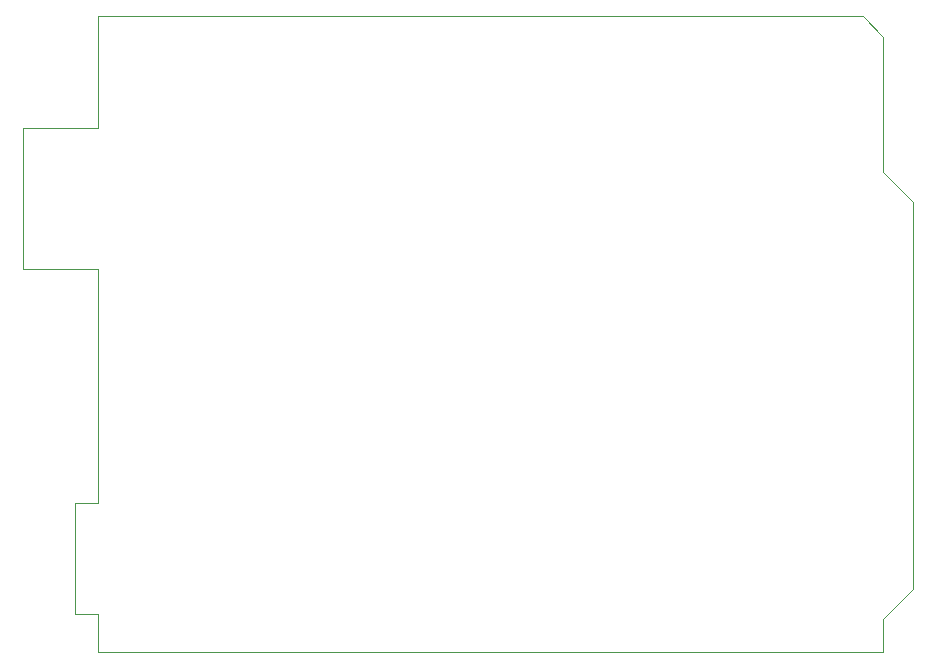
<source format=gbr>
G04 #@! TF.GenerationSoftware,KiCad,Pcbnew,(5.1.4-0-10_14)*
G04 #@! TF.CreationDate,2020-06-08T18:04:02+02:00*
G04 #@! TF.ProjectId,myShield,6d795368-6965-46c6-942e-6b696361645f,rev?*
G04 #@! TF.SameCoordinates,Original*
G04 #@! TF.FileFunction,Other,User*
%FSLAX46Y46*%
G04 Gerber Fmt 4.6, Leading zero omitted, Abs format (unit mm)*
G04 Created by KiCad (PCBNEW (5.1.4-0-10_14)) date 2020-06-08 18:04:02*
%MOMM*%
%LPD*%
G04 APERTURE LIST*
%ADD10C,0.050000*%
G04 APERTURE END LIST*
D10*
X169414000Y-117979000D02*
X169414000Y-115189000D01*
X169414000Y-115189000D02*
X171954000Y-112649000D01*
X171954000Y-112649000D02*
X171954000Y-79879000D01*
X171954000Y-79879000D02*
X169414000Y-77339000D01*
X169414000Y-77339000D02*
X169414000Y-65909000D01*
X169414000Y-65909000D02*
X167644000Y-64139000D01*
X167644000Y-64139000D02*
X102874000Y-64139000D01*
X102874000Y-64139000D02*
X102874000Y-73659000D01*
X102874000Y-73659000D02*
X96524000Y-73659000D01*
X96524000Y-73659000D02*
X96524000Y-85599000D01*
X96524000Y-85599000D02*
X102874000Y-85599000D01*
X102874000Y-85599000D02*
X102874000Y-105409000D01*
X102874000Y-105409000D02*
X100964000Y-105409000D01*
X100964000Y-105409000D02*
X100964000Y-114809000D01*
X100964000Y-114809000D02*
X102874000Y-114809000D01*
X102874000Y-114809000D02*
X102874000Y-117979000D01*
X102874000Y-117979000D02*
X169414000Y-117979000D01*
M02*

</source>
